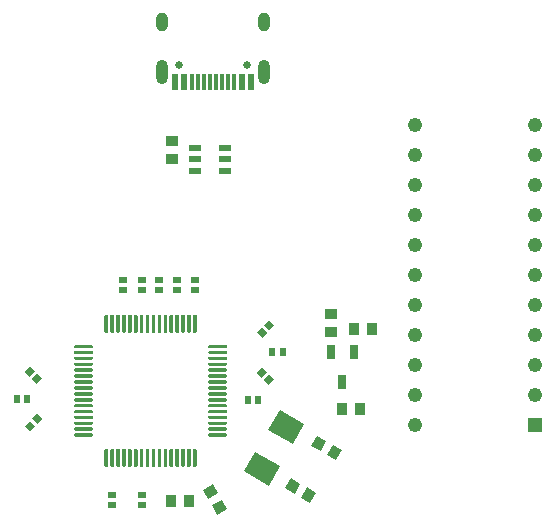
<source format=gbr>
%TF.GenerationSoftware,KiCad,Pcbnew,(5.1.8)-1*%
%TF.CreationDate,2021-05-09T22:55:32+08:00*%
%TF.ProjectId,ccd_with_stm32,6363645f-7769-4746-985f-73746d33322e,rev?*%
%TF.SameCoordinates,Original*%
%TF.FileFunction,Soldermask,Top*%
%TF.FilePolarity,Negative*%
%FSLAX46Y46*%
G04 Gerber Fmt 4.6, Leading zero omitted, Abs format (unit mm)*
G04 Created by KiCad (PCBNEW (5.1.8)-1) date 2021-05-09 22:55:32*
%MOMM*%
%LPD*%
G01*
G04 APERTURE LIST*
%ADD10R,0.700000X1.250000*%
%ADD11C,0.100000*%
%ADD12R,0.600000X1.450000*%
%ADD13R,0.300000X1.450000*%
%ADD14O,1.000000X2.100000*%
%ADD15C,0.650000*%
%ADD16O,1.000000X1.600000*%
%ADD17R,0.980000X0.930000*%
%ADD18R,0.650000X0.600000*%
%ADD19R,0.600000X0.650000*%
%ADD20R,0.930000X0.980000*%
%ADD21R,1.000000X0.600000*%
%ADD22R,1.220000X1.220000*%
%ADD23C,1.220000*%
G04 APERTURE END LIST*
D10*
%TO.C,U4*%
X152150000Y-109800000D03*
X151200000Y-107300000D03*
X153100000Y-107300000D03*
%TD*%
D11*
%TO.C,Y1*%
G36*
X143835770Y-117373076D02*
G01*
X144785770Y-115727628D01*
X146864230Y-116927628D01*
X145914230Y-118573076D01*
X143835770Y-117373076D01*
G37*
G36*
X145885770Y-113822372D02*
G01*
X146835770Y-112176924D01*
X148914230Y-113376924D01*
X147964230Y-115022372D01*
X145885770Y-113822372D01*
G37*
%TD*%
D12*
%TO.C,U3*%
X137930000Y-84435000D03*
X138730000Y-84435000D03*
X143630000Y-84435000D03*
X144430000Y-84435000D03*
X144430000Y-84435000D03*
X143630000Y-84435000D03*
X138730000Y-84435000D03*
X137930000Y-84435000D03*
D13*
X142930000Y-84435000D03*
X142430000Y-84435000D03*
X141930000Y-84435000D03*
X140930000Y-84435000D03*
X140430000Y-84435000D03*
X139930000Y-84435000D03*
X139430000Y-84435000D03*
X141430000Y-84435000D03*
D14*
X136860000Y-83520000D03*
X145500000Y-83520000D03*
D15*
X144070000Y-82990000D03*
D16*
X145500000Y-79340000D03*
D15*
X138290000Y-82990000D03*
D16*
X136860000Y-79340000D03*
%TD*%
%TO.C,U2*%
G36*
G01*
X139800000Y-115525000D02*
X139800000Y-116925000D01*
G75*
G02*
X139725000Y-117000000I-75000J0D01*
G01*
X139575000Y-117000000D01*
G75*
G02*
X139500000Y-116925000I0J75000D01*
G01*
X139500000Y-115525000D01*
G75*
G02*
X139575000Y-115450000I75000J0D01*
G01*
X139725000Y-115450000D01*
G75*
G02*
X139800000Y-115525000I0J-75000D01*
G01*
G37*
G36*
G01*
X139300000Y-115525000D02*
X139300000Y-116925000D01*
G75*
G02*
X139225000Y-117000000I-75000J0D01*
G01*
X139075000Y-117000000D01*
G75*
G02*
X139000000Y-116925000I0J75000D01*
G01*
X139000000Y-115525000D01*
G75*
G02*
X139075000Y-115450000I75000J0D01*
G01*
X139225000Y-115450000D01*
G75*
G02*
X139300000Y-115525000I0J-75000D01*
G01*
G37*
G36*
G01*
X138800000Y-115525000D02*
X138800000Y-116925000D01*
G75*
G02*
X138725000Y-117000000I-75000J0D01*
G01*
X138575000Y-117000000D01*
G75*
G02*
X138500000Y-116925000I0J75000D01*
G01*
X138500000Y-115525000D01*
G75*
G02*
X138575000Y-115450000I75000J0D01*
G01*
X138725000Y-115450000D01*
G75*
G02*
X138800000Y-115525000I0J-75000D01*
G01*
G37*
G36*
G01*
X138300000Y-115525000D02*
X138300000Y-116925000D01*
G75*
G02*
X138225000Y-117000000I-75000J0D01*
G01*
X138075000Y-117000000D01*
G75*
G02*
X138000000Y-116925000I0J75000D01*
G01*
X138000000Y-115525000D01*
G75*
G02*
X138075000Y-115450000I75000J0D01*
G01*
X138225000Y-115450000D01*
G75*
G02*
X138300000Y-115525000I0J-75000D01*
G01*
G37*
G36*
G01*
X137800000Y-115525000D02*
X137800000Y-116925000D01*
G75*
G02*
X137725000Y-117000000I-75000J0D01*
G01*
X137575000Y-117000000D01*
G75*
G02*
X137500000Y-116925000I0J75000D01*
G01*
X137500000Y-115525000D01*
G75*
G02*
X137575000Y-115450000I75000J0D01*
G01*
X137725000Y-115450000D01*
G75*
G02*
X137800000Y-115525000I0J-75000D01*
G01*
G37*
G36*
G01*
X137300000Y-115525000D02*
X137300000Y-116925000D01*
G75*
G02*
X137225000Y-117000000I-75000J0D01*
G01*
X137075000Y-117000000D01*
G75*
G02*
X137000000Y-116925000I0J75000D01*
G01*
X137000000Y-115525000D01*
G75*
G02*
X137075000Y-115450000I75000J0D01*
G01*
X137225000Y-115450000D01*
G75*
G02*
X137300000Y-115525000I0J-75000D01*
G01*
G37*
G36*
G01*
X136800000Y-115525000D02*
X136800000Y-116925000D01*
G75*
G02*
X136725000Y-117000000I-75000J0D01*
G01*
X136575000Y-117000000D01*
G75*
G02*
X136500000Y-116925000I0J75000D01*
G01*
X136500000Y-115525000D01*
G75*
G02*
X136575000Y-115450000I75000J0D01*
G01*
X136725000Y-115450000D01*
G75*
G02*
X136800000Y-115525000I0J-75000D01*
G01*
G37*
G36*
G01*
X136300000Y-115525000D02*
X136300000Y-116925000D01*
G75*
G02*
X136225000Y-117000000I-75000J0D01*
G01*
X136075000Y-117000000D01*
G75*
G02*
X136000000Y-116925000I0J75000D01*
G01*
X136000000Y-115525000D01*
G75*
G02*
X136075000Y-115450000I75000J0D01*
G01*
X136225000Y-115450000D01*
G75*
G02*
X136300000Y-115525000I0J-75000D01*
G01*
G37*
G36*
G01*
X135800000Y-115525000D02*
X135800000Y-116925000D01*
G75*
G02*
X135725000Y-117000000I-75000J0D01*
G01*
X135575000Y-117000000D01*
G75*
G02*
X135500000Y-116925000I0J75000D01*
G01*
X135500000Y-115525000D01*
G75*
G02*
X135575000Y-115450000I75000J0D01*
G01*
X135725000Y-115450000D01*
G75*
G02*
X135800000Y-115525000I0J-75000D01*
G01*
G37*
G36*
G01*
X135300000Y-115525000D02*
X135300000Y-116925000D01*
G75*
G02*
X135225000Y-117000000I-75000J0D01*
G01*
X135075000Y-117000000D01*
G75*
G02*
X135000000Y-116925000I0J75000D01*
G01*
X135000000Y-115525000D01*
G75*
G02*
X135075000Y-115450000I75000J0D01*
G01*
X135225000Y-115450000D01*
G75*
G02*
X135300000Y-115525000I0J-75000D01*
G01*
G37*
G36*
G01*
X134800000Y-115525000D02*
X134800000Y-116925000D01*
G75*
G02*
X134725000Y-117000000I-75000J0D01*
G01*
X134575000Y-117000000D01*
G75*
G02*
X134500000Y-116925000I0J75000D01*
G01*
X134500000Y-115525000D01*
G75*
G02*
X134575000Y-115450000I75000J0D01*
G01*
X134725000Y-115450000D01*
G75*
G02*
X134800000Y-115525000I0J-75000D01*
G01*
G37*
G36*
G01*
X134300000Y-115525000D02*
X134300000Y-116925000D01*
G75*
G02*
X134225000Y-117000000I-75000J0D01*
G01*
X134075000Y-117000000D01*
G75*
G02*
X134000000Y-116925000I0J75000D01*
G01*
X134000000Y-115525000D01*
G75*
G02*
X134075000Y-115450000I75000J0D01*
G01*
X134225000Y-115450000D01*
G75*
G02*
X134300000Y-115525000I0J-75000D01*
G01*
G37*
G36*
G01*
X133800000Y-115525000D02*
X133800000Y-116925000D01*
G75*
G02*
X133725000Y-117000000I-75000J0D01*
G01*
X133575000Y-117000000D01*
G75*
G02*
X133500000Y-116925000I0J75000D01*
G01*
X133500000Y-115525000D01*
G75*
G02*
X133575000Y-115450000I75000J0D01*
G01*
X133725000Y-115450000D01*
G75*
G02*
X133800000Y-115525000I0J-75000D01*
G01*
G37*
G36*
G01*
X133300000Y-115525000D02*
X133300000Y-116925000D01*
G75*
G02*
X133225000Y-117000000I-75000J0D01*
G01*
X133075000Y-117000000D01*
G75*
G02*
X133000000Y-116925000I0J75000D01*
G01*
X133000000Y-115525000D01*
G75*
G02*
X133075000Y-115450000I75000J0D01*
G01*
X133225000Y-115450000D01*
G75*
G02*
X133300000Y-115525000I0J-75000D01*
G01*
G37*
G36*
G01*
X132800000Y-115525000D02*
X132800000Y-116925000D01*
G75*
G02*
X132725000Y-117000000I-75000J0D01*
G01*
X132575000Y-117000000D01*
G75*
G02*
X132500000Y-116925000I0J75000D01*
G01*
X132500000Y-115525000D01*
G75*
G02*
X132575000Y-115450000I75000J0D01*
G01*
X132725000Y-115450000D01*
G75*
G02*
X132800000Y-115525000I0J-75000D01*
G01*
G37*
G36*
G01*
X132300000Y-115525000D02*
X132300000Y-116925000D01*
G75*
G02*
X132225000Y-117000000I-75000J0D01*
G01*
X132075000Y-117000000D01*
G75*
G02*
X132000000Y-116925000I0J75000D01*
G01*
X132000000Y-115525000D01*
G75*
G02*
X132075000Y-115450000I75000J0D01*
G01*
X132225000Y-115450000D01*
G75*
G02*
X132300000Y-115525000I0J-75000D01*
G01*
G37*
G36*
G01*
X131000000Y-114225000D02*
X131000000Y-114375000D01*
G75*
G02*
X130925000Y-114450000I-75000J0D01*
G01*
X129525000Y-114450000D01*
G75*
G02*
X129450000Y-114375000I0J75000D01*
G01*
X129450000Y-114225000D01*
G75*
G02*
X129525000Y-114150000I75000J0D01*
G01*
X130925000Y-114150000D01*
G75*
G02*
X131000000Y-114225000I0J-75000D01*
G01*
G37*
G36*
G01*
X131000000Y-113725000D02*
X131000000Y-113875000D01*
G75*
G02*
X130925000Y-113950000I-75000J0D01*
G01*
X129525000Y-113950000D01*
G75*
G02*
X129450000Y-113875000I0J75000D01*
G01*
X129450000Y-113725000D01*
G75*
G02*
X129525000Y-113650000I75000J0D01*
G01*
X130925000Y-113650000D01*
G75*
G02*
X131000000Y-113725000I0J-75000D01*
G01*
G37*
G36*
G01*
X131000000Y-113225000D02*
X131000000Y-113375000D01*
G75*
G02*
X130925000Y-113450000I-75000J0D01*
G01*
X129525000Y-113450000D01*
G75*
G02*
X129450000Y-113375000I0J75000D01*
G01*
X129450000Y-113225000D01*
G75*
G02*
X129525000Y-113150000I75000J0D01*
G01*
X130925000Y-113150000D01*
G75*
G02*
X131000000Y-113225000I0J-75000D01*
G01*
G37*
G36*
G01*
X131000000Y-112725000D02*
X131000000Y-112875000D01*
G75*
G02*
X130925000Y-112950000I-75000J0D01*
G01*
X129525000Y-112950000D01*
G75*
G02*
X129450000Y-112875000I0J75000D01*
G01*
X129450000Y-112725000D01*
G75*
G02*
X129525000Y-112650000I75000J0D01*
G01*
X130925000Y-112650000D01*
G75*
G02*
X131000000Y-112725000I0J-75000D01*
G01*
G37*
G36*
G01*
X131000000Y-112225000D02*
X131000000Y-112375000D01*
G75*
G02*
X130925000Y-112450000I-75000J0D01*
G01*
X129525000Y-112450000D01*
G75*
G02*
X129450000Y-112375000I0J75000D01*
G01*
X129450000Y-112225000D01*
G75*
G02*
X129525000Y-112150000I75000J0D01*
G01*
X130925000Y-112150000D01*
G75*
G02*
X131000000Y-112225000I0J-75000D01*
G01*
G37*
G36*
G01*
X131000000Y-111725000D02*
X131000000Y-111875000D01*
G75*
G02*
X130925000Y-111950000I-75000J0D01*
G01*
X129525000Y-111950000D01*
G75*
G02*
X129450000Y-111875000I0J75000D01*
G01*
X129450000Y-111725000D01*
G75*
G02*
X129525000Y-111650000I75000J0D01*
G01*
X130925000Y-111650000D01*
G75*
G02*
X131000000Y-111725000I0J-75000D01*
G01*
G37*
G36*
G01*
X131000000Y-111225000D02*
X131000000Y-111375000D01*
G75*
G02*
X130925000Y-111450000I-75000J0D01*
G01*
X129525000Y-111450000D01*
G75*
G02*
X129450000Y-111375000I0J75000D01*
G01*
X129450000Y-111225000D01*
G75*
G02*
X129525000Y-111150000I75000J0D01*
G01*
X130925000Y-111150000D01*
G75*
G02*
X131000000Y-111225000I0J-75000D01*
G01*
G37*
G36*
G01*
X131000000Y-110725000D02*
X131000000Y-110875000D01*
G75*
G02*
X130925000Y-110950000I-75000J0D01*
G01*
X129525000Y-110950000D01*
G75*
G02*
X129450000Y-110875000I0J75000D01*
G01*
X129450000Y-110725000D01*
G75*
G02*
X129525000Y-110650000I75000J0D01*
G01*
X130925000Y-110650000D01*
G75*
G02*
X131000000Y-110725000I0J-75000D01*
G01*
G37*
G36*
G01*
X131000000Y-110225000D02*
X131000000Y-110375000D01*
G75*
G02*
X130925000Y-110450000I-75000J0D01*
G01*
X129525000Y-110450000D01*
G75*
G02*
X129450000Y-110375000I0J75000D01*
G01*
X129450000Y-110225000D01*
G75*
G02*
X129525000Y-110150000I75000J0D01*
G01*
X130925000Y-110150000D01*
G75*
G02*
X131000000Y-110225000I0J-75000D01*
G01*
G37*
G36*
G01*
X131000000Y-109725000D02*
X131000000Y-109875000D01*
G75*
G02*
X130925000Y-109950000I-75000J0D01*
G01*
X129525000Y-109950000D01*
G75*
G02*
X129450000Y-109875000I0J75000D01*
G01*
X129450000Y-109725000D01*
G75*
G02*
X129525000Y-109650000I75000J0D01*
G01*
X130925000Y-109650000D01*
G75*
G02*
X131000000Y-109725000I0J-75000D01*
G01*
G37*
G36*
G01*
X131000000Y-109225000D02*
X131000000Y-109375000D01*
G75*
G02*
X130925000Y-109450000I-75000J0D01*
G01*
X129525000Y-109450000D01*
G75*
G02*
X129450000Y-109375000I0J75000D01*
G01*
X129450000Y-109225000D01*
G75*
G02*
X129525000Y-109150000I75000J0D01*
G01*
X130925000Y-109150000D01*
G75*
G02*
X131000000Y-109225000I0J-75000D01*
G01*
G37*
G36*
G01*
X131000000Y-108725000D02*
X131000000Y-108875000D01*
G75*
G02*
X130925000Y-108950000I-75000J0D01*
G01*
X129525000Y-108950000D01*
G75*
G02*
X129450000Y-108875000I0J75000D01*
G01*
X129450000Y-108725000D01*
G75*
G02*
X129525000Y-108650000I75000J0D01*
G01*
X130925000Y-108650000D01*
G75*
G02*
X131000000Y-108725000I0J-75000D01*
G01*
G37*
G36*
G01*
X131000000Y-108225000D02*
X131000000Y-108375000D01*
G75*
G02*
X130925000Y-108450000I-75000J0D01*
G01*
X129525000Y-108450000D01*
G75*
G02*
X129450000Y-108375000I0J75000D01*
G01*
X129450000Y-108225000D01*
G75*
G02*
X129525000Y-108150000I75000J0D01*
G01*
X130925000Y-108150000D01*
G75*
G02*
X131000000Y-108225000I0J-75000D01*
G01*
G37*
G36*
G01*
X131000000Y-107725000D02*
X131000000Y-107875000D01*
G75*
G02*
X130925000Y-107950000I-75000J0D01*
G01*
X129525000Y-107950000D01*
G75*
G02*
X129450000Y-107875000I0J75000D01*
G01*
X129450000Y-107725000D01*
G75*
G02*
X129525000Y-107650000I75000J0D01*
G01*
X130925000Y-107650000D01*
G75*
G02*
X131000000Y-107725000I0J-75000D01*
G01*
G37*
G36*
G01*
X131000000Y-107225000D02*
X131000000Y-107375000D01*
G75*
G02*
X130925000Y-107450000I-75000J0D01*
G01*
X129525000Y-107450000D01*
G75*
G02*
X129450000Y-107375000I0J75000D01*
G01*
X129450000Y-107225000D01*
G75*
G02*
X129525000Y-107150000I75000J0D01*
G01*
X130925000Y-107150000D01*
G75*
G02*
X131000000Y-107225000I0J-75000D01*
G01*
G37*
G36*
G01*
X131000000Y-106725000D02*
X131000000Y-106875000D01*
G75*
G02*
X130925000Y-106950000I-75000J0D01*
G01*
X129525000Y-106950000D01*
G75*
G02*
X129450000Y-106875000I0J75000D01*
G01*
X129450000Y-106725000D01*
G75*
G02*
X129525000Y-106650000I75000J0D01*
G01*
X130925000Y-106650000D01*
G75*
G02*
X131000000Y-106725000I0J-75000D01*
G01*
G37*
G36*
G01*
X132300000Y-104175000D02*
X132300000Y-105575000D01*
G75*
G02*
X132225000Y-105650000I-75000J0D01*
G01*
X132075000Y-105650000D01*
G75*
G02*
X132000000Y-105575000I0J75000D01*
G01*
X132000000Y-104175000D01*
G75*
G02*
X132075000Y-104100000I75000J0D01*
G01*
X132225000Y-104100000D01*
G75*
G02*
X132300000Y-104175000I0J-75000D01*
G01*
G37*
G36*
G01*
X132800000Y-104175000D02*
X132800000Y-105575000D01*
G75*
G02*
X132725000Y-105650000I-75000J0D01*
G01*
X132575000Y-105650000D01*
G75*
G02*
X132500000Y-105575000I0J75000D01*
G01*
X132500000Y-104175000D01*
G75*
G02*
X132575000Y-104100000I75000J0D01*
G01*
X132725000Y-104100000D01*
G75*
G02*
X132800000Y-104175000I0J-75000D01*
G01*
G37*
G36*
G01*
X133300000Y-104175000D02*
X133300000Y-105575000D01*
G75*
G02*
X133225000Y-105650000I-75000J0D01*
G01*
X133075000Y-105650000D01*
G75*
G02*
X133000000Y-105575000I0J75000D01*
G01*
X133000000Y-104175000D01*
G75*
G02*
X133075000Y-104100000I75000J0D01*
G01*
X133225000Y-104100000D01*
G75*
G02*
X133300000Y-104175000I0J-75000D01*
G01*
G37*
G36*
G01*
X133800000Y-104175000D02*
X133800000Y-105575000D01*
G75*
G02*
X133725000Y-105650000I-75000J0D01*
G01*
X133575000Y-105650000D01*
G75*
G02*
X133500000Y-105575000I0J75000D01*
G01*
X133500000Y-104175000D01*
G75*
G02*
X133575000Y-104100000I75000J0D01*
G01*
X133725000Y-104100000D01*
G75*
G02*
X133800000Y-104175000I0J-75000D01*
G01*
G37*
G36*
G01*
X134300000Y-104175000D02*
X134300000Y-105575000D01*
G75*
G02*
X134225000Y-105650000I-75000J0D01*
G01*
X134075000Y-105650000D01*
G75*
G02*
X134000000Y-105575000I0J75000D01*
G01*
X134000000Y-104175000D01*
G75*
G02*
X134075000Y-104100000I75000J0D01*
G01*
X134225000Y-104100000D01*
G75*
G02*
X134300000Y-104175000I0J-75000D01*
G01*
G37*
G36*
G01*
X134800000Y-104175000D02*
X134800000Y-105575000D01*
G75*
G02*
X134725000Y-105650000I-75000J0D01*
G01*
X134575000Y-105650000D01*
G75*
G02*
X134500000Y-105575000I0J75000D01*
G01*
X134500000Y-104175000D01*
G75*
G02*
X134575000Y-104100000I75000J0D01*
G01*
X134725000Y-104100000D01*
G75*
G02*
X134800000Y-104175000I0J-75000D01*
G01*
G37*
G36*
G01*
X135300000Y-104175000D02*
X135300000Y-105575000D01*
G75*
G02*
X135225000Y-105650000I-75000J0D01*
G01*
X135075000Y-105650000D01*
G75*
G02*
X135000000Y-105575000I0J75000D01*
G01*
X135000000Y-104175000D01*
G75*
G02*
X135075000Y-104100000I75000J0D01*
G01*
X135225000Y-104100000D01*
G75*
G02*
X135300000Y-104175000I0J-75000D01*
G01*
G37*
G36*
G01*
X135800000Y-104175000D02*
X135800000Y-105575000D01*
G75*
G02*
X135725000Y-105650000I-75000J0D01*
G01*
X135575000Y-105650000D01*
G75*
G02*
X135500000Y-105575000I0J75000D01*
G01*
X135500000Y-104175000D01*
G75*
G02*
X135575000Y-104100000I75000J0D01*
G01*
X135725000Y-104100000D01*
G75*
G02*
X135800000Y-104175000I0J-75000D01*
G01*
G37*
G36*
G01*
X136300000Y-104175000D02*
X136300000Y-105575000D01*
G75*
G02*
X136225000Y-105650000I-75000J0D01*
G01*
X136075000Y-105650000D01*
G75*
G02*
X136000000Y-105575000I0J75000D01*
G01*
X136000000Y-104175000D01*
G75*
G02*
X136075000Y-104100000I75000J0D01*
G01*
X136225000Y-104100000D01*
G75*
G02*
X136300000Y-104175000I0J-75000D01*
G01*
G37*
G36*
G01*
X136800000Y-104175000D02*
X136800000Y-105575000D01*
G75*
G02*
X136725000Y-105650000I-75000J0D01*
G01*
X136575000Y-105650000D01*
G75*
G02*
X136500000Y-105575000I0J75000D01*
G01*
X136500000Y-104175000D01*
G75*
G02*
X136575000Y-104100000I75000J0D01*
G01*
X136725000Y-104100000D01*
G75*
G02*
X136800000Y-104175000I0J-75000D01*
G01*
G37*
G36*
G01*
X137300000Y-104175000D02*
X137300000Y-105575000D01*
G75*
G02*
X137225000Y-105650000I-75000J0D01*
G01*
X137075000Y-105650000D01*
G75*
G02*
X137000000Y-105575000I0J75000D01*
G01*
X137000000Y-104175000D01*
G75*
G02*
X137075000Y-104100000I75000J0D01*
G01*
X137225000Y-104100000D01*
G75*
G02*
X137300000Y-104175000I0J-75000D01*
G01*
G37*
G36*
G01*
X137800000Y-104175000D02*
X137800000Y-105575000D01*
G75*
G02*
X137725000Y-105650000I-75000J0D01*
G01*
X137575000Y-105650000D01*
G75*
G02*
X137500000Y-105575000I0J75000D01*
G01*
X137500000Y-104175000D01*
G75*
G02*
X137575000Y-104100000I75000J0D01*
G01*
X137725000Y-104100000D01*
G75*
G02*
X137800000Y-104175000I0J-75000D01*
G01*
G37*
G36*
G01*
X138300000Y-104175000D02*
X138300000Y-105575000D01*
G75*
G02*
X138225000Y-105650000I-75000J0D01*
G01*
X138075000Y-105650000D01*
G75*
G02*
X138000000Y-105575000I0J75000D01*
G01*
X138000000Y-104175000D01*
G75*
G02*
X138075000Y-104100000I75000J0D01*
G01*
X138225000Y-104100000D01*
G75*
G02*
X138300000Y-104175000I0J-75000D01*
G01*
G37*
G36*
G01*
X138800000Y-104175000D02*
X138800000Y-105575000D01*
G75*
G02*
X138725000Y-105650000I-75000J0D01*
G01*
X138575000Y-105650000D01*
G75*
G02*
X138500000Y-105575000I0J75000D01*
G01*
X138500000Y-104175000D01*
G75*
G02*
X138575000Y-104100000I75000J0D01*
G01*
X138725000Y-104100000D01*
G75*
G02*
X138800000Y-104175000I0J-75000D01*
G01*
G37*
G36*
G01*
X139300000Y-104175000D02*
X139300000Y-105575000D01*
G75*
G02*
X139225000Y-105650000I-75000J0D01*
G01*
X139075000Y-105650000D01*
G75*
G02*
X139000000Y-105575000I0J75000D01*
G01*
X139000000Y-104175000D01*
G75*
G02*
X139075000Y-104100000I75000J0D01*
G01*
X139225000Y-104100000D01*
G75*
G02*
X139300000Y-104175000I0J-75000D01*
G01*
G37*
G36*
G01*
X139800000Y-104175000D02*
X139800000Y-105575000D01*
G75*
G02*
X139725000Y-105650000I-75000J0D01*
G01*
X139575000Y-105650000D01*
G75*
G02*
X139500000Y-105575000I0J75000D01*
G01*
X139500000Y-104175000D01*
G75*
G02*
X139575000Y-104100000I75000J0D01*
G01*
X139725000Y-104100000D01*
G75*
G02*
X139800000Y-104175000I0J-75000D01*
G01*
G37*
G36*
G01*
X142350000Y-106725000D02*
X142350000Y-106875000D01*
G75*
G02*
X142275000Y-106950000I-75000J0D01*
G01*
X140875000Y-106950000D01*
G75*
G02*
X140800000Y-106875000I0J75000D01*
G01*
X140800000Y-106725000D01*
G75*
G02*
X140875000Y-106650000I75000J0D01*
G01*
X142275000Y-106650000D01*
G75*
G02*
X142350000Y-106725000I0J-75000D01*
G01*
G37*
G36*
G01*
X142350000Y-107225000D02*
X142350000Y-107375000D01*
G75*
G02*
X142275000Y-107450000I-75000J0D01*
G01*
X140875000Y-107450000D01*
G75*
G02*
X140800000Y-107375000I0J75000D01*
G01*
X140800000Y-107225000D01*
G75*
G02*
X140875000Y-107150000I75000J0D01*
G01*
X142275000Y-107150000D01*
G75*
G02*
X142350000Y-107225000I0J-75000D01*
G01*
G37*
G36*
G01*
X142350000Y-107725000D02*
X142350000Y-107875000D01*
G75*
G02*
X142275000Y-107950000I-75000J0D01*
G01*
X140875000Y-107950000D01*
G75*
G02*
X140800000Y-107875000I0J75000D01*
G01*
X140800000Y-107725000D01*
G75*
G02*
X140875000Y-107650000I75000J0D01*
G01*
X142275000Y-107650000D01*
G75*
G02*
X142350000Y-107725000I0J-75000D01*
G01*
G37*
G36*
G01*
X142350000Y-108225000D02*
X142350000Y-108375000D01*
G75*
G02*
X142275000Y-108450000I-75000J0D01*
G01*
X140875000Y-108450000D01*
G75*
G02*
X140800000Y-108375000I0J75000D01*
G01*
X140800000Y-108225000D01*
G75*
G02*
X140875000Y-108150000I75000J0D01*
G01*
X142275000Y-108150000D01*
G75*
G02*
X142350000Y-108225000I0J-75000D01*
G01*
G37*
G36*
G01*
X142350000Y-108725000D02*
X142350000Y-108875000D01*
G75*
G02*
X142275000Y-108950000I-75000J0D01*
G01*
X140875000Y-108950000D01*
G75*
G02*
X140800000Y-108875000I0J75000D01*
G01*
X140800000Y-108725000D01*
G75*
G02*
X140875000Y-108650000I75000J0D01*
G01*
X142275000Y-108650000D01*
G75*
G02*
X142350000Y-108725000I0J-75000D01*
G01*
G37*
G36*
G01*
X142350000Y-109225000D02*
X142350000Y-109375000D01*
G75*
G02*
X142275000Y-109450000I-75000J0D01*
G01*
X140875000Y-109450000D01*
G75*
G02*
X140800000Y-109375000I0J75000D01*
G01*
X140800000Y-109225000D01*
G75*
G02*
X140875000Y-109150000I75000J0D01*
G01*
X142275000Y-109150000D01*
G75*
G02*
X142350000Y-109225000I0J-75000D01*
G01*
G37*
G36*
G01*
X142350000Y-109725000D02*
X142350000Y-109875000D01*
G75*
G02*
X142275000Y-109950000I-75000J0D01*
G01*
X140875000Y-109950000D01*
G75*
G02*
X140800000Y-109875000I0J75000D01*
G01*
X140800000Y-109725000D01*
G75*
G02*
X140875000Y-109650000I75000J0D01*
G01*
X142275000Y-109650000D01*
G75*
G02*
X142350000Y-109725000I0J-75000D01*
G01*
G37*
G36*
G01*
X142350000Y-110225000D02*
X142350000Y-110375000D01*
G75*
G02*
X142275000Y-110450000I-75000J0D01*
G01*
X140875000Y-110450000D01*
G75*
G02*
X140800000Y-110375000I0J75000D01*
G01*
X140800000Y-110225000D01*
G75*
G02*
X140875000Y-110150000I75000J0D01*
G01*
X142275000Y-110150000D01*
G75*
G02*
X142350000Y-110225000I0J-75000D01*
G01*
G37*
G36*
G01*
X142350000Y-110725000D02*
X142350000Y-110875000D01*
G75*
G02*
X142275000Y-110950000I-75000J0D01*
G01*
X140875000Y-110950000D01*
G75*
G02*
X140800000Y-110875000I0J75000D01*
G01*
X140800000Y-110725000D01*
G75*
G02*
X140875000Y-110650000I75000J0D01*
G01*
X142275000Y-110650000D01*
G75*
G02*
X142350000Y-110725000I0J-75000D01*
G01*
G37*
G36*
G01*
X142350000Y-111225000D02*
X142350000Y-111375000D01*
G75*
G02*
X142275000Y-111450000I-75000J0D01*
G01*
X140875000Y-111450000D01*
G75*
G02*
X140800000Y-111375000I0J75000D01*
G01*
X140800000Y-111225000D01*
G75*
G02*
X140875000Y-111150000I75000J0D01*
G01*
X142275000Y-111150000D01*
G75*
G02*
X142350000Y-111225000I0J-75000D01*
G01*
G37*
G36*
G01*
X142350000Y-111725000D02*
X142350000Y-111875000D01*
G75*
G02*
X142275000Y-111950000I-75000J0D01*
G01*
X140875000Y-111950000D01*
G75*
G02*
X140800000Y-111875000I0J75000D01*
G01*
X140800000Y-111725000D01*
G75*
G02*
X140875000Y-111650000I75000J0D01*
G01*
X142275000Y-111650000D01*
G75*
G02*
X142350000Y-111725000I0J-75000D01*
G01*
G37*
G36*
G01*
X142350000Y-112225000D02*
X142350000Y-112375000D01*
G75*
G02*
X142275000Y-112450000I-75000J0D01*
G01*
X140875000Y-112450000D01*
G75*
G02*
X140800000Y-112375000I0J75000D01*
G01*
X140800000Y-112225000D01*
G75*
G02*
X140875000Y-112150000I75000J0D01*
G01*
X142275000Y-112150000D01*
G75*
G02*
X142350000Y-112225000I0J-75000D01*
G01*
G37*
G36*
G01*
X142350000Y-112725000D02*
X142350000Y-112875000D01*
G75*
G02*
X142275000Y-112950000I-75000J0D01*
G01*
X140875000Y-112950000D01*
G75*
G02*
X140800000Y-112875000I0J75000D01*
G01*
X140800000Y-112725000D01*
G75*
G02*
X140875000Y-112650000I75000J0D01*
G01*
X142275000Y-112650000D01*
G75*
G02*
X142350000Y-112725000I0J-75000D01*
G01*
G37*
G36*
G01*
X142350000Y-113225000D02*
X142350000Y-113375000D01*
G75*
G02*
X142275000Y-113450000I-75000J0D01*
G01*
X140875000Y-113450000D01*
G75*
G02*
X140800000Y-113375000I0J75000D01*
G01*
X140800000Y-113225000D01*
G75*
G02*
X140875000Y-113150000I75000J0D01*
G01*
X142275000Y-113150000D01*
G75*
G02*
X142350000Y-113225000I0J-75000D01*
G01*
G37*
G36*
G01*
X142350000Y-113725000D02*
X142350000Y-113875000D01*
G75*
G02*
X142275000Y-113950000I-75000J0D01*
G01*
X140875000Y-113950000D01*
G75*
G02*
X140800000Y-113875000I0J75000D01*
G01*
X140800000Y-113725000D01*
G75*
G02*
X140875000Y-113650000I75000J0D01*
G01*
X142275000Y-113650000D01*
G75*
G02*
X142350000Y-113725000I0J-75000D01*
G01*
G37*
G36*
G01*
X142350000Y-114225000D02*
X142350000Y-114375000D01*
G75*
G02*
X142275000Y-114450000I-75000J0D01*
G01*
X140875000Y-114450000D01*
G75*
G02*
X140800000Y-114375000I0J75000D01*
G01*
X140800000Y-114225000D01*
G75*
G02*
X140875000Y-114150000I75000J0D01*
G01*
X142275000Y-114150000D01*
G75*
G02*
X142350000Y-114225000I0J-75000D01*
G01*
G37*
%TD*%
D17*
%TO.C,R23*%
X151150000Y-105570000D03*
X151150000Y-104030000D03*
%TD*%
D18*
%TO.C,R21*%
X133600000Y-101175000D03*
X133600000Y-102025000D03*
%TD*%
%TO.C,R20*%
X135200000Y-120225000D03*
X135200000Y-119375000D03*
%TD*%
%TO.C,R18*%
X135200000Y-101175000D03*
X135200000Y-102025000D03*
%TD*%
%TO.C,R17*%
X132600000Y-120225000D03*
X132600000Y-119375000D03*
%TD*%
D11*
%TO.C,R15*%
G36*
X125681802Y-113058578D02*
G01*
X126141422Y-113518198D01*
X125717158Y-113942462D01*
X125257538Y-113482842D01*
X125681802Y-113058578D01*
G37*
G36*
X126282842Y-112457538D02*
G01*
X126742462Y-112917158D01*
X126318198Y-113341422D01*
X125858578Y-112881802D01*
X126282842Y-112457538D01*
G37*
%TD*%
D19*
%TO.C,R14*%
X124575000Y-111200000D03*
X125425000Y-111200000D03*
%TD*%
D11*
%TO.C,R13*%
G36*
X126141422Y-108881802D02*
G01*
X125681802Y-109341422D01*
X125257538Y-108917158D01*
X125717158Y-108457538D01*
X126141422Y-108881802D01*
G37*
G36*
X126742462Y-109482842D02*
G01*
X126282842Y-109942462D01*
X125858578Y-109518198D01*
X126318198Y-109058578D01*
X126742462Y-109482842D01*
G37*
%TD*%
D18*
%TO.C,R12*%
X136600000Y-101175000D03*
X136600000Y-102025000D03*
%TD*%
%TO.C,R10*%
X138150000Y-101125000D03*
X138150000Y-101975000D03*
%TD*%
%TO.C,R9*%
X139650000Y-101125000D03*
X139650000Y-101975000D03*
%TD*%
D11*
%TO.C,R8*%
G36*
X145970618Y-105435847D02*
G01*
X145503047Y-104984319D01*
X145919842Y-104552715D01*
X146387413Y-105004243D01*
X145970618Y-105435847D01*
G37*
G36*
X145380158Y-106047285D02*
G01*
X144912587Y-105595757D01*
X145329382Y-105164153D01*
X145796953Y-105615681D01*
X145380158Y-106047285D01*
G37*
%TD*%
D19*
%TO.C,R7*%
X147075000Y-107300000D03*
X146225000Y-107300000D03*
%TD*%
D11*
%TO.C,R6*%
G36*
X145508578Y-109618198D02*
G01*
X145968198Y-109158578D01*
X146392462Y-109582842D01*
X145932842Y-110042462D01*
X145508578Y-109618198D01*
G37*
G36*
X144907538Y-109017158D02*
G01*
X145367158Y-108557538D01*
X145791422Y-108981802D01*
X145331802Y-109441422D01*
X144907538Y-109017158D01*
G37*
%TD*%
D19*
%TO.C,R4*%
X144175000Y-111300000D03*
X145025000Y-111300000D03*
%TD*%
D20*
%TO.C,R3*%
X137650000Y-119860000D03*
X139190000Y-119860000D03*
%TD*%
%TO.C,R2*%
X153670000Y-112050000D03*
X152130000Y-112050000D03*
%TD*%
%TO.C,R1*%
X153130000Y-105300000D03*
X154670000Y-105300000D03*
%TD*%
D21*
%TO.C,PS1*%
X142240000Y-91900000D03*
X142240000Y-90950000D03*
X142240000Y-90000000D03*
X139640000Y-90000000D03*
X139640000Y-90950000D03*
X139640000Y-91900000D03*
%TD*%
D22*
%TO.C,IC1*%
X168460000Y-113440000D03*
D23*
X168460000Y-110900000D03*
X168460000Y-108360000D03*
X168460000Y-105820000D03*
X168460000Y-103280000D03*
X168460000Y-100740000D03*
X168460000Y-98200000D03*
X168460000Y-95660000D03*
X168460000Y-93120000D03*
X168460000Y-90580000D03*
X168460000Y-88040000D03*
X158300000Y-88040000D03*
X158300000Y-90580000D03*
X158300000Y-93120000D03*
X158300000Y-95660000D03*
X158300000Y-98200000D03*
X158300000Y-100740000D03*
X158300000Y-103280000D03*
X158300000Y-105820000D03*
X158300000Y-108360000D03*
X158300000Y-110900000D03*
X158300000Y-113440000D03*
%TD*%
D11*
%TO.C,C10*%
G36*
X141088148Y-120239138D02*
G01*
X141936852Y-119749138D01*
X142401852Y-120554542D01*
X141553148Y-121044542D01*
X141088148Y-120239138D01*
G37*
G36*
X140318148Y-118905458D02*
G01*
X141166852Y-118415458D01*
X141631852Y-119220862D01*
X140783148Y-119710862D01*
X140318148Y-118905458D01*
G37*
%TD*%
%TO.C,C9*%
G36*
X150780862Y-114808148D02*
G01*
X150290862Y-115656852D01*
X149485458Y-115191852D01*
X149975458Y-114343148D01*
X150780862Y-114808148D01*
G37*
G36*
X152114542Y-115578148D02*
G01*
X151624542Y-116426852D01*
X150819138Y-115961852D01*
X151309138Y-115113148D01*
X152114542Y-115578148D01*
G37*
%TD*%
%TO.C,C8*%
G36*
X148580862Y-118423148D02*
G01*
X148090862Y-119271852D01*
X147285458Y-118806852D01*
X147775458Y-117958148D01*
X148580862Y-118423148D01*
G37*
G36*
X149914542Y-119193148D02*
G01*
X149424542Y-120041852D01*
X148619138Y-119576852D01*
X149109138Y-118728148D01*
X149914542Y-119193148D01*
G37*
%TD*%
D17*
%TO.C,C4*%
X137740000Y-89380000D03*
X137740000Y-90920000D03*
%TD*%
M02*

</source>
